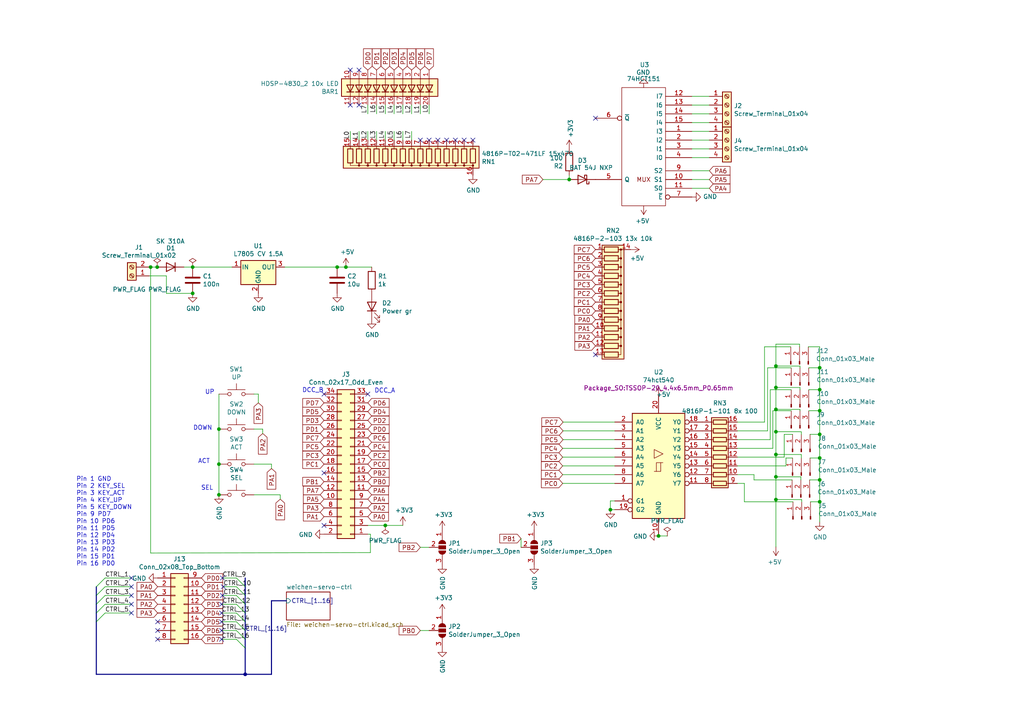
<source format=kicad_sch>
(kicad_sch (version 20211123) (generator eeschema)
  (paper "A4")
  (title_block (title "sboxnet weichenservo") (date "31.08.2019") (rev "1") (company "balagi"))
  (junction (at 177.038 147.828))
  (junction (at 225.044 138.303))
  (junction (at 43.688 77.47))
  (junction (at 165.1 52.07))
  (junction (at 237.744 119.126))
  (junction (at 71.12 195.58))
  (junction (at 237.744 125.984))
  (junction (at 237.744 145.542))
  (junction (at 63.5 134.62))
  (junction (at 237.744 113.03))
  (junction (at 97.79 77.47))
  (junction (at 225.044 144.907))
  (junction (at 225.044 118.745))
  (junction (at 45.593 77.47))
  (junction (at 63.5 143.51))
  (junction (at 63.5 124.46))
  (junction (at 237.744 106.68))
  (junction (at 225.044 131.826))
  (junction (at 225.044 106.172))
  (junction (at 237.744 132.842))
  (junction (at 191.008 155.448))
  (junction (at 237.744 139.192))
  (junction (at 225.044 112.395))
  (junction (at 55.88 77.47))
  (junction (at 225.044 125.222))
  (junction (at 55.88 85.09))
  (junction (at 111.76 152.4))
  (junction (at 100.33 77.47))
  (no_connect (at 38.1 170.18))
  (no_connect (at 64.516 172.72))
  (no_connect (at 172.72 102.87))
  (no_connect (at 101.6 20.32))
  (no_connect (at 64.262 175.26))
  (no_connect (at 45.72 182.88))
  (no_connect (at 129.54 40.64))
  (no_connect (at 172.72 34.29))
  (no_connect (at 132.08 40.64))
  (no_connect (at 101.6 30.48))
  (no_connect (at 45.72 185.42))
  (no_connect (at 38.1 172.72))
  (no_connect (at 45.72 180.34))
  (no_connect (at 124.46 40.64))
  (no_connect (at 121.92 40.64))
  (no_connect (at 127 40.64))
  (no_connect (at 93.98 152.4))
  (no_connect (at 64.262 182.88))
  (no_connect (at 64.262 185.42))
  (no_connect (at 64.77 170.18))
  (no_connect (at 64.516 167.64))
  (no_connect (at 104.14 30.48))
  (no_connect (at 38.1 167.64))
  (no_connect (at 64.262 177.8))
  (no_connect (at 104.14 20.32))
  (no_connect (at 137.16 40.64))
  (no_connect (at 93.98 137.16))
  (no_connect (at 38.1 177.8))
  (no_connect (at 64.262 180.34))
  (no_connect (at 106.68 114.3))
  (no_connect (at 93.98 114.3))
  (no_connect (at 38.1 175.26))
  (no_connect (at 134.62 40.64))
  (bus_entry (at 27.94 170.18) (size 2.54 -2.54))
  (bus_entry (at 27.94 172.72) (size 2.54 -2.54))
  (bus_entry (at 27.94 180.34) (size 2.54 -2.54))
  (bus_entry (at 27.94 175.26) (size 2.54 -2.54))
  (bus_entry (at 27.94 177.8) (size 2.54 -2.54))
  (bus_entry (at 68.58 172.72) (size 2.54 2.54))
  (bus_entry (at 68.58 175.26) (size 2.54 2.54))
  (bus_entry (at 68.58 177.8) (size 2.54 2.54))
  (bus_entry (at 68.58 180.34) (size 2.54 2.54))
  (bus_entry (at 68.58 185.42) (size 2.54 2.54))
  (bus_entry (at 68.58 167.64) (size 2.54 2.54))
  (bus_entry (at 68.58 182.88) (size 2.54 2.54))
  (bus_entry (at 68.58 170.18) (size 2.54 2.54))
  (wire (pts (xy 227.965 135.128) (xy 213.868 135.128)))
  (wire (pts (xy 200.66 43.18) (xy 205.74 43.18)))
  (wire (pts (xy 200.66 54.61) (xy 205.74 54.61)))
  (wire (pts (xy 232.029 112.395) (xy 232.029 113.03)))
  (bus (pts (xy 71.12 177.8) (xy 71.12 180.34)))
  (wire (pts (xy 227.965 132.842) (xy 227.965 135.128)))
  (bus (pts (xy 71.12 182.88) (xy 71.12 185.42)))
  (wire (pts (xy 30.48 172.72) (xy 38.1 172.72)))
  (wire (pts (xy 119.38 30.48) (xy 119.38 33.02)))
  (bus (pts (xy 71.12 167.64) (xy 71.12 170.18)))
  (wire (pts (xy 237.744 119.126) (xy 234.569 119.126)))
  (wire (pts (xy 81.28 144.78) (xy 81.28 143.51)))
  (wire (pts (xy 237.744 139.192) (xy 234.823 139.192)))
  (wire (pts (xy 48.26 80.01) (xy 43.307 80.01)))
  (wire (pts (xy 223.393 113.03) (xy 223.393 127.508)))
  (wire (pts (xy 225.044 118.745) (xy 225.044 112.395)))
  (wire (pts (xy 221.742 122.428) (xy 213.868 122.428)))
  (bus (pts (xy 71.12 175.26) (xy 71.12 177.8)))
  (wire (pts (xy 163.322 124.968) (xy 178.308 124.968)))
  (bus (pts (xy 27.94 175.26) (xy 27.94 177.8)))
  (bus (pts (xy 27.94 172.72) (xy 27.94 175.26)))
  (wire (pts (xy 157.48 52.07) (xy 165.1 52.07)))
  (wire (pts (xy 82.55 77.47) (xy 97.79 77.47)))
  (wire (pts (xy 200.66 45.72) (xy 205.74 45.72)))
  (wire (pts (xy 200.66 38.1) (xy 205.74 38.1)))
  (wire (pts (xy 224.155 130.048) (xy 213.868 130.048)))
  (bus (pts (xy 27.94 177.8) (xy 27.94 180.34)))
  (wire (pts (xy 177.038 145.288) (xy 177.038 147.828)))
  (wire (pts (xy 64.77 170.18) (xy 68.58 170.18)))
  (wire (pts (xy 237.744 139.192) (xy 237.744 132.842)))
  (wire (pts (xy 232.41 125.222) (xy 225.044 125.222)))
  (wire (pts (xy 107.442 154.94) (xy 106.68 154.94)))
  (bus (pts (xy 71.12 172.72) (xy 71.12 175.26)))
  (wire (pts (xy 232.283 138.303) (xy 225.044 138.303)))
  (wire (pts (xy 43.688 77.47) (xy 43.307 77.47)))
  (wire (pts (xy 107.442 160.274) (xy 107.442 154.94)))
  (wire (pts (xy 237.744 132.842) (xy 237.744 125.984)))
  (wire (pts (xy 225.044 125.222) (xy 225.044 131.826)))
  (wire (pts (xy 215.9 145.542) (xy 215.9 140.208)))
  (wire (pts (xy 78.74 135.89) (xy 78.74 134.62)))
  (bus (pts (xy 27.94 170.18) (xy 27.94 172.72)))
  (wire (pts (xy 232.537 144.907) (xy 225.044 144.907)))
  (wire (pts (xy 163.322 122.428) (xy 178.308 122.428)))
  (wire (pts (xy 177.038 147.828) (xy 178.308 147.828)))
  (wire (pts (xy 163.195 140.208) (xy 178.308 140.208)))
  (wire (pts (xy 232.283 139.192) (xy 232.283 138.303)))
  (wire (pts (xy 178.308 145.288) (xy 177.038 145.288)))
  (wire (pts (xy 43.688 160.401) (xy 43.688 77.47)))
  (wire (pts (xy 227.457 132.588) (xy 227.457 125.984)))
  (wire (pts (xy 215.9 140.208) (xy 213.868 140.208)))
  (wire (pts (xy 111.76 40.64) (xy 111.76 38.1)))
  (wire (pts (xy 200.66 33.02) (xy 205.74 33.02)))
  (wire (pts (xy 200.66 52.07) (xy 205.74 52.07)))
  (wire (pts (xy 116.84 30.48) (xy 116.84 33.02)))
  (wire (pts (xy 163.195 130.048) (xy 178.308 130.048)))
  (wire (pts (xy 200.66 27.94) (xy 205.74 27.94)))
  (wire (pts (xy 229.87 132.842) (xy 227.965 132.842)))
  (wire (pts (xy 163.322 127.508) (xy 178.308 127.508)))
  (bus (pts (xy 71.12 195.58) (xy 78.74 195.58)))
  (wire (pts (xy 53.34 77.47) (xy 55.88 77.47)))
  (wire (pts (xy 30.48 170.18) (xy 38.1 170.18)))
  (wire (pts (xy 45.593 77.47) (xy 45.72 77.47)))
  (wire (pts (xy 218.694 139.192) (xy 218.694 137.668)))
  (wire (pts (xy 237.744 145.542) (xy 235.077 145.542)))
  (wire (pts (xy 64.262 177.8) (xy 68.58 177.8)))
  (wire (pts (xy 109.22 40.64) (xy 109.22 38.1)))
  (wire (pts (xy 104.14 38.1) (xy 104.14 40.64)))
  (bus (pts (xy 71.12 187.96) (xy 71.12 195.58)))
  (wire (pts (xy 229.489 119.126) (xy 224.155 119.126)))
  (bus (pts (xy 27.94 195.58) (xy 71.12 195.58)))
  (wire (pts (xy 229.489 113.03) (xy 223.393 113.03)))
  (wire (pts (xy 200.66 30.48) (xy 205.74 30.48)))
  (bus (pts (xy 27.94 180.34) (xy 27.94 195.58)))
  (wire (pts (xy 109.22 30.48) (xy 109.22 33.02)))
  (wire (pts (xy 114.3 30.48) (xy 114.3 33.02)))
  (wire (pts (xy 73.66 124.46) (xy 76.2 124.46)))
  (wire (pts (xy 30.48 175.26) (xy 38.1 175.26)))
  (bus (pts (xy 78.74 195.58) (xy 78.74 174.244)))
  (wire (pts (xy 200.66 35.56) (xy 205.74 35.56)))
  (wire (pts (xy 114.3 40.64) (xy 114.3 38.1)))
  (wire (pts (xy 222.631 124.968) (xy 213.868 124.968)))
  (wire (pts (xy 229.489 106.68) (xy 222.631 106.68)))
  (wire (pts (xy 63.5 114.3) (xy 63.5 124.46)))
  (wire (pts (xy 73.66 114.3) (xy 74.93 114.3)))
  (wire (pts (xy 163.195 135.128) (xy 178.308 135.128)))
  (wire (pts (xy 30.48 167.64) (xy 38.1 167.64)))
  (wire (pts (xy 225.044 125.222) (xy 225.044 118.745)))
  (wire (pts (xy 232.537 145.542) (xy 232.537 144.907)))
  (wire (pts (xy 229.743 139.192) (xy 218.694 139.192)))
  (wire (pts (xy 116.84 40.64) (xy 116.84 38.1)))
  (bus (pts (xy 78.74 174.244) (xy 83.058 174.244)))
  (wire (pts (xy 225.044 118.745) (xy 232.029 118.745)))
  (wire (pts (xy 64.262 185.42) (xy 68.58 185.42)))
  (wire (pts (xy 64.516 167.64) (xy 68.58 167.64)))
  (wire (pts (xy 121.92 158.75) (xy 124.46 158.75)))
  (wire (pts (xy 81.28 143.51) (xy 73.66 143.51)))
  (wire (pts (xy 232.41 132.842) (xy 232.41 131.826)))
  (wire (pts (xy 119.38 40.64) (xy 119.38 38.1)))
  (bus (pts (xy 71.12 180.34) (xy 71.12 182.88)))
  (wire (pts (xy 163.195 137.668) (xy 178.308 137.668)))
  (wire (pts (xy 222.631 106.68) (xy 222.631 124.968)))
  (wire (pts (xy 225.044 131.826) (xy 225.044 138.303)))
  (wire (pts (xy 74.93 116.84) (xy 74.93 114.3)))
  (wire (pts (xy 225.044 106.172) (xy 232.029 106.172)))
  (wire (pts (xy 64.262 182.88) (xy 68.58 182.88)))
  (wire (pts (xy 106.68 30.48) (xy 106.68 33.02)))
  (wire (pts (xy 200.66 40.64) (xy 205.74 40.64)))
  (wire (pts (xy 225.044 112.395) (xy 225.044 106.172)))
  (bus (pts (xy 71.12 170.18) (xy 71.12 172.72)))
  (wire (pts (xy 225.044 112.395) (xy 232.029 112.395)))
  (wire (pts (xy 237.744 125.984) (xy 237.744 119.126)))
  (wire (pts (xy 55.88 77.47) (xy 67.31 77.47)))
  (wire (pts (xy 237.744 125.984) (xy 234.95 125.984)))
  (wire (pts (xy 223.393 127.508) (xy 213.868 127.508)))
  (wire (pts (xy 165.1 50.8) (xy 165.1 52.07)))
  (wire (pts (xy 106.68 40.64) (xy 106.68 38.1)))
  (wire (pts (xy 229.362 100.584) (xy 221.742 100.584)))
  (wire (pts (xy 121.92 30.48) (xy 121.92 33.02)))
  (wire (pts (xy 221.742 100.584) (xy 221.742 122.428)))
  (wire (pts (xy 101.6 38.1) (xy 101.6 40.64)))
  (wire (pts (xy 163.195 132.588) (xy 178.308 132.588)))
  (wire (pts (xy 107.442 160.274) (xy 43.688 160.401)))
  (wire (pts (xy 124.46 30.48) (xy 124.46 33.02)))
  (wire (pts (xy 100.33 77.47) (xy 107.823 77.47)))
  (wire (pts (xy 106.68 152.4) (xy 111.76 152.4)))
  (wire (pts (xy 48.26 85.09) (xy 55.88 85.09)))
  (wire (pts (xy 237.744 106.68) (xy 237.744 100.584)))
  (wire (pts (xy 225.044 138.303) (xy 225.044 144.907)))
  (wire (pts (xy 237.744 119.126) (xy 237.744 113.03)))
  (wire (pts (xy 213.868 132.588) (xy 227.457 132.588)))
  (wire (pts (xy 237.744 113.03) (xy 234.569 113.03)))
  (wire (pts (xy 232.029 106.172) (xy 232.029 106.68)))
  (wire (pts (xy 64.516 172.72) (xy 68.58 172.72)))
  (wire (pts (xy 64.262 175.26) (xy 68.58 175.26)))
  (wire (pts (xy 63.5 134.62) (xy 63.5 143.51)))
  (wire (pts (xy 30.48 177.8) (xy 38.1 177.8)))
  (wire (pts (xy 232.41 125.984) (xy 232.41 125.222)))
  (wire (pts (xy 232.029 118.745) (xy 232.029 119.126)))
  (wire (pts (xy 237.744 145.542) (xy 237.744 139.192)))
  (wire (pts (xy 64.262 180.34) (xy 68.58 180.34)))
  (wire (pts (xy 225.044 106.172) (xy 225.044 99.822)))
  (wire (pts (xy 237.744 132.842) (xy 234.95 132.842)))
  (wire (pts (xy 231.902 99.822) (xy 231.902 100.584)))
  (wire (pts (xy 76.2 125.73) (xy 76.2 124.46)))
  (wire (pts (xy 237.744 113.03) (xy 237.744 106.68)))
  (wire (pts (xy 48.26 80.01) (xy 48.26 85.09)))
  (wire (pts (xy 218.694 137.668) (xy 213.868 137.668)))
  (wire (pts (xy 237.744 106.68) (xy 234.569 106.68)))
  (wire (pts (xy 73.66 134.62) (xy 78.74 134.62)))
  (wire (pts (xy 191.008 155.448) (xy 193.548 155.448)))
  (wire (pts (xy 237.744 151.384) (xy 237.744 145.542)))
  (wire (pts (xy 43.688 77.47) (xy 45.593 77.47)))
  (wire (pts (xy 232.41 131.826) (xy 225.044 131.826)))
  (wire (pts (xy 151.13 156.21) (xy 151.13 158.75)))
  (wire (pts (xy 227.457 125.984) (xy 229.87 125.984)))
  (wire (pts (xy 225.044 144.907) (xy 225.044 158.623)))
  (wire (pts (xy 229.997 145.542) (xy 215.9 145.542)))
  (wire (pts (xy 225.044 99.822) (xy 231.902 99.822)))
  (wire (pts (xy 97.79 77.47) (xy 100.33 77.47)))
  (wire (pts (xy 111.76 152.4) (xy 116.84 152.4)))
  (wire (pts (xy 237.744 100.584) (xy 234.442 100.584)))
  (wire (pts (xy 224.155 119.126) (xy 224.155 130.048)))
  (bus (pts (xy 71.12 185.42) (xy 71.12 187.96)))
  (wire (pts (xy 63.5 124.46) (xy 63.5 134.62)))
  (wire (pts (xy 121.92 182.88) (xy 124.46 182.88)))
  (wire (pts (xy 111.76 30.48) (xy 111.76 33.02)))
  (wire (pts (xy 200.66 49.53) (xy 205.74 49.53)))
  (text "DOWN" (at 56.007 124.968 0) (effects (font (size 1.27 1.27)) (justify left bottom)))
  (text "Pin 1 GND\nPin 2 KEY_SEL\nPin 3 KEY_ACT\nPin 4 KEY_UP\nPin 5 KEY_DOWN\nPin 9 PD7\nPin 10 PD6\nPin 11 PD5\nPin 12 PD4\nPin 13 PD3\nPin 14 PD2\nPin 15 PD1\nPin 16 PD0" (at 22.098 164.338 0) (effects (font (size 1.27 1.27)) (justify left bottom)))
  (text "DCC_B" (at 87.63 114.046 0) (effects (font (size 1.27 1.27)) (justify left bottom)))
  (text "UP" (at 59.436 114.554 0) (effects (font (size 1.27 1.27)) (justify left bottom)))
  (text "DCC_A" (at 108.585 114.173 0) (effects (font (size 1.27 1.27)) (justify left bottom)))
  (text "SEL" (at 58.293 142.367 0) (effects (font (size 1.27 1.27)) (justify left bottom)))
  (text "ACT" (at 57.404 134.62 0) (effects (font (size 1.27 1.27)) (justify left bottom)))
  (label "L0" (at 124.46 32.766 90))
  (label "L3" (at 116.84 32.893 90))
  (label "CTRL_14" (at 64.262 180.34 0))
  (label "CTRL_1" (at 30.48 167.64 0))
  (label "CTRL_13" (at 64.262 177.8 0))
  (label "CTRL_2" (at 30.48 170.18 0))
  (label "CTRL_12" (at 64.516 175.26 0))
  (label "CTRL_4" (at 30.48 175.26 0))
  (label "L0" (at 101.6 40.386 90))
  (label "L6" (at 116.84 40.259 90))
  (label "CTRL_3" (at 30.48 172.72 0))
  (label "L1" (at 104.14 40.513 90))
  (label "L2" (at 106.68 40.259 90))
  (label "L7" (at 106.68 32.893 90))
  (label "CTRL_9" (at 64.516 167.64 0))
  (label "CTRL_15" (at 64.262 182.88 0))
  (label "CTRL_16" (at 64.262 185.42 0))
  (label "CTRL_10" (at 64.77 170.18 0))
  (label "L4" (at 114.3 32.893 90))
  (label "CTRL_5" (at 30.48 177.8 0))
  (label "CTRL_11" (at 64.77 172.72 0))
  (label "L7" (at 119.38 40.259 90))
  (label "L2" (at 119.38 32.893 90))
  (label "L4" (at 111.76 40.259 90))
  (label "L5" (at 114.3 40.259 90))
  (label "L6" (at 109.22 32.766 90))
  (label "L1" (at 121.92 32.893 90))
  (label "L5" (at 111.76 32.893 90))
  (label "L3" (at 109.22 40.259 90))
  (label "CTRL_[1..16]" (at 71.12 183.388 0))
  (global_label "PD3" (shape input) (at 93.98 121.92 180) (property "Referenzen zwischen Schaltplänen" "${INTERSHEET_REFS}" (effects hide)))
  (global_label "PB0" (shape input) (at 121.92 182.88 180) (property "Referenzen zwischen Schaltplänen" "${INTERSHEET_REFS}" (effects hide)))
  (global_label "PA4" (shape input) (at 106.68 144.78 0) (property "Referenzen zwischen Schaltplänen" "${INTERSHEET_REFS}" (effects hide)))
  (global_label "PC5" (shape input) (at 93.98 129.54 180) (property "Referenzen zwischen Schaltplänen" "${INTERSHEET_REFS}" (effects hide)))
  (global_label "PB1" (shape input) (at 93.98 139.7 180) (property "Referenzen zwischen Schaltplänen" "${INTERSHEET_REFS}" (effects hide)))
  (global_label "PA0" (shape input) (at 172.72 92.71 180) (property "Referenzen zwischen Schaltplänen" "${INTERSHEET_REFS}" (effects hide)))
  (global_label "PC4" (shape input) (at 106.68 129.54 0) (property "Referenzen zwischen Schaltplänen" "${INTERSHEET_REFS}" (effects hide)))
  (global_label "PA0" (shape input) (at 81.28 144.78 270) (property "Referenzen zwischen Schaltplänen" "${INTERSHEET_REFS}" (effects hide)))
  (global_label "PA1" (shape input) (at 93.98 149.86 180) (property "Referenzen zwischen Schaltplänen" "${INTERSHEET_REFS}" (effects hide)))
  (global_label "PC5" (shape input) (at 163.322 127.508 180) (property "Referenzen zwischen Schaltplänen" "${INTERSHEET_REFS}" (effects hide)))
  (global_label "PC6" (shape input) (at 172.72 74.93 180) (property "Referenzen zwischen Schaltplänen" "${INTERSHEET_REFS}" (effects hide)))
  (global_label "PD1" (shape input) (at 109.22 20.32 90) (property "Referenzen zwischen Schaltplänen" "${INTERSHEET_REFS}" (effects hide)))
  (global_label "PC3" (shape input) (at 172.72 82.55 180) (property "Referenzen zwischen Schaltplänen" "${INTERSHEET_REFS}" (effects hide)))
  (global_label "PC1" (shape input) (at 172.72 87.63 180) (property "Referenzen zwischen Schaltplänen" "${INTERSHEET_REFS}" (effects hide)))
  (global_label "PD7" (shape input) (at 93.98 116.84 180) (property "Referenzen zwischen Schaltplänen" "${INTERSHEET_REFS}" (effects hide)))
  (global_label "PC0" (shape input) (at 163.195 140.208 180) (property "Referenzen zwischen Schaltplänen" "${INTERSHEET_REFS}" (effects hide)))
  (global_label "PA2" (shape input) (at 76.2 125.73 270) (property "Referenzen zwischen Schaltplänen" "${INTERSHEET_REFS}" (effects hide)))
  (global_label "PC3" (shape input) (at 93.98 132.08 180) (property "Referenzen zwischen Schaltplänen" "${INTERSHEET_REFS}" (effects hide)))
  (global_label "PB0" (shape input) (at 106.68 139.7 0) (property "Referenzen zwischen Schaltplänen" "${INTERSHEET_REFS}" (effects hide)))
  (global_label "PD6" (shape input) (at 58.42 182.88 0) (property "Referenzen zwischen Schaltplänen" "${INTERSHEET_REFS}" (effects hide)))
  (global_label "PC6" (shape input) (at 163.322 124.968 180) (property "Referenzen zwischen Schaltplänen" "${INTERSHEET_REFS}" (effects hide)))
  (global_label "PA1" (shape input) (at 45.72 172.72 180) (property "Referenzen zwischen Schaltplänen" "${INTERSHEET_REFS}" (effects hide)))
  (global_label "PD2" (shape input) (at 58.42 172.72 0) (property "Referenzen zwischen Schaltplänen" "${INTERSHEET_REFS}" (effects hide)))
  (global_label "PD6" (shape input) (at 106.68 116.84 0) (property "Referenzen zwischen Schaltplänen" "${INTERSHEET_REFS}" (effects hide)))
  (global_label "PC1" (shape input) (at 93.98 134.62 180) (property "Referenzen zwischen Schaltplänen" "${INTERSHEET_REFS}" (effects hide)))
  (global_label "PD5" (shape input) (at 93.98 119.38 180) (property "Referenzen zwischen Schaltplänen" "${INTERSHEET_REFS}" (effects hide)))
  (global_label "PC5" (shape input) (at 172.72 77.47 180) (property "Referenzen zwischen Schaltplänen" "${INTERSHEET_REFS}" (effects hide)))
  (global_label "PA7" (shape input) (at 157.48 52.07 180) (property "Referenzen zwischen Schaltplänen" "${INTERSHEET_REFS}" (effects hide)))
  (global_label "PC7" (shape input) (at 163.322 122.428 180) (property "Referenzen zwischen Schaltplänen" "${INTERSHEET_REFS}" (effects hide)))
  (global_label "PD1" (shape input) (at 93.98 124.46 180) (property "Referenzen zwischen Schaltplänen" "${INTERSHEET_REFS}" (effects hide)))
  (global_label "PD0" (shape input) (at 58.42 167.64 0) (property "Referenzen zwischen Schaltplänen" "${INTERSHEET_REFS}" (effects hide)))
  (global_label "PA3" (shape input) (at 93.98 147.32 180) (property "Referenzen zwischen Schaltplänen" "${INTERSHEET_REFS}" (effects hide)))
  (global_label "PC6" (shape input) (at 106.68 127 0) (property "Referenzen zwischen Schaltplänen" "${INTERSHEET_REFS}" (effects hide)))
  (global_label "PA5" (shape input) (at 93.98 144.78 180) (property "Referenzen zwischen Schaltplänen" "${INTERSHEET_REFS}" (effects hide)))
  (global_label "PD5" (shape input) (at 58.42 180.34 0) (property "Referenzen zwischen Schaltplänen" "${INTERSHEET_REFS}" (effects hide)))
  (global_label "PC4" (shape input) (at 172.72 80.01 180) (property "Referenzen zwischen Schaltplänen" "${INTERSHEET_REFS}" (effects hide)))
  (global_label "PA1" (shape input) (at 172.72 95.25 180) (property "Referenzen zwischen Schaltplänen" "${INTERSHEET_REFS}" (effects hide)))
  (global_label "PA2" (shape input) (at 106.68 147.32 0) (property "Referenzen zwischen Schaltplänen" "${INTERSHEET_REFS}" (effects hide)))
  (global_label "PC7" (shape input) (at 172.72 72.39 180) (property "Referenzen zwischen Schaltplänen" "${INTERSHEET_REFS}" (effects hide)))
  (global_label "PD4" (shape input) (at 106.68 119.38 0) (property "Referenzen zwischen Schaltplänen" "${INTERSHEET_REFS}" (effects hide)))
  (global_label "PD5" (shape input) (at 119.38 20.32 90) (property "Referenzen zwischen Schaltplänen" "${INTERSHEET_REFS}" (effects hide)))
  (global_label "PB2" (shape input) (at 106.68 137.16 0) (property "Referenzen zwischen Schaltplänen" "${INTERSHEET_REFS}" (effects hide)))
  (global_label "PC0" (shape input) (at 172.72 90.17 180) (property "Referenzen zwischen Schaltplänen" "${INTERSHEET_REFS}" (effects hide)))
  (global_label "PD7" (shape input) (at 124.46 20.32 90) (property "Referenzen zwischen Schaltplänen" "${INTERSHEET_REFS}" (effects hide)))
  (global_label "PD3" (shape input) (at 114.3 20.32 90) (property "Referenzen zwischen Schaltplänen" "${INTERSHEET_REFS}" (effects hide)))
  (global_label "PA6" (shape input) (at 106.68 142.24 0) (property "Referenzen zwischen Schaltplänen" "${INTERSHEET_REFS}" (effects hide)))
  (global_label "PC0" (shape input) (at 106.68 134.62 0) (property "Referenzen zwischen Schaltplänen" "${INTERSHEET_REFS}" (effects hide)))
  (global_label "PA2" (shape input) (at 172.72 97.79 180) (property "Referenzen zwischen Schaltplänen" "${INTERSHEET_REFS}" (effects hide)))
  (global_label "PA6" (shape input) (at 205.74 49.53 0) (property "Referenzen zwischen Schaltplänen" "${INTERSHEET_REFS}" (effects hide)))
  (global_label "PA2" (shape input) (at 45.72 175.26 180) (property "Referenzen zwischen Schaltplänen" "${INTERSHEET_REFS}" (effects hide)))
  (global_label "PC2" (shape input) (at 106.68 132.08 0) (property "Referenzen zwischen Schaltplänen" "${INTERSHEET_REFS}" (effects hide)))
  (global_label "PD2" (shape input) (at 106.68 121.92 0) (property "Referenzen zwischen Schaltplänen" "${INTERSHEET_REFS}" (effects hide)))
  (global_label "PD7" (shape input) (at 58.42 185.42 0) (property "Referenzen zwischen Schaltplänen" "${INTERSHEET_REFS}" (effects hide)))
  (global_label "PA3" (shape input) (at 74.93 116.84 270) (property "Referenzen zwischen Schaltplänen" "${INTERSHEET_REFS}" (effects hide)))
  (global_label "PC3" (shape input) (at 163.195 132.588 180) (property "Referenzen zwischen Schaltplänen" "${INTERSHEET_REFS}" (effects hide)))
  (global_label "PD2" (shape input) (at 111.76 20.32 90) (property "Referenzen zwischen Schaltplänen" "${INTERSHEET_REFS}" (effects hide)))
  (global_label "PD1" (shape input) (at 58.42 170.18 0) (property "Referenzen zwischen Schaltplänen" "${INTERSHEET_REFS}" (effects hide)))
  (global_label "PA3" (shape input) (at 172.72 100.33 180) (property "Referenzen zwischen Schaltplänen" "${INTERSHEET_REFS}" (effects hide)))
  (global_label "PD0" (shape input) (at 106.68 124.46 0) (property "Referenzen zwischen Schaltplänen" "${INTERSHEET_REFS}" (effects hide)))
  (global_label "PD4" (shape input) (at 116.84 20.32 90) (property "Referenzen zwischen Schaltplänen" "${INTERSHEET_REFS}" (effects hide)))
  (global_label "PD6" (shape input) (at 121.92 20.32 90) (property "Referenzen zwischen Schaltplänen" "${INTERSHEET_REFS}" (effects hide)))
  (global_label "PA7" (shape input) (at 93.98 142.24 180) (property "Referenzen zwischen Schaltplänen" "${INTERSHEET_REFS}" (effects hide)))
  (global_label "PA5" (shape input) (at 205.74 52.07 0) (property "Referenzen zwischen Schaltplänen" "${INTERSHEET_REFS}" (effects hide)))
  (global_label "PD4" (shape input) (at 58.42 177.8 0) (property "Referenzen zwischen Schaltplänen" "${INTERSHEET_REFS}" (effects hide)))
  (global_label "PA1" (shape input) (at 78.74 135.89 270) (property "Referenzen zwischen Schaltplänen" "${INTERSHEET_REFS}" (effects hide)))
  (global_label "PC7" (shape input) (at 93.98 127 180) (property "Referenzen zwischen Schaltplänen" "${INTERSHEET_REFS}" (effects hide)))
  (global_label "PC2" (shape input) (at 172.72 85.09 180) (property "Referenzen zwischen Schaltplänen" "${INTERSHEET_REFS}" (effects hide)))
  (global_label "PA0" (shape input) (at 106.68 149.86 0) (property "Referenzen zwischen Schaltplänen" "${INTERSHEET_REFS}" (effects hide)))
  (global_label "PC2" (shape input) (at 163.195 135.128 180) (property "Referenzen zwischen Schaltplänen" "${INTERSHEET_REFS}" (effects hide)))
  (global_label "PB1" (shape input) (at 151.13 156.21 180) (property "Referenzen zwischen Schaltplänen" "${INTERSHEET_REFS}" (effects hide)))
  (global_label "PC4" (shape input) (at 163.195 130.048 180) (property "Referenzen zwischen Schaltplänen" "${INTERSHEET_REFS}" (effects hide)))
  (global_label "PC1" (shape input) (at 163.195 137.668 180) (property "Referenzen zwischen Schaltplänen" "${INTERSHEET_REFS}" (effects hide)))
  (global_label "PA3" (shape input) (at 45.72 177.8 180) (property "Referenzen zwischen Schaltplänen" "${INTERSHEET_REFS}" (effects hide)))
  (global_label "PD0" (shape input) (at 106.68 20.32 90) (property "Referenzen zwischen Schaltplänen" "${INTERSHEET_REFS}" (effects hide)))
  (global_label "PB2" (shape input) (at 121.92 158.75 180) (property "Referenzen zwischen Schaltplänen" "${INTERSHEET_REFS}" (effects hide)))
  (global_label "PA0" (shape input) (at 45.72 170.18 180) (property "Referenzen zwischen Schaltplänen" "${INTERSHEET_REFS}" (effects hide)))
  (global_label "PA4" (shape input) (at 205.74 54.61 0) (property "Referenzen zwischen Schaltplänen" "${INTERSHEET_REFS}" (effects hide)))
  (global_label "PD3" (shape input) (at 58.42 175.26 0) (property "Referenzen zwischen Schaltplänen" "${INTERSHEET_REFS}" (effects hide)))
  (symbol (lib_id "Device:C") (at 55.88 81.28 0) (unit 1)
    (property "Reference" "C1" (at 58.801 80.1116 0) (effects (justify left)))
    (property "Value" "100n" (at 58.801 82.423 0) (effects (justify left)))
    (property "Footprint" "Capacitor_SMD:C_1206_3216Metric" (effects hide))
  )
  (symbol (lib_id "Connector:Screw_Terminal_01x02") (at 38.227 80.01 180) (unit 1)
    (property "Reference" "J1" (at 40.3098 71.755 0))
    (property "Value" "Screw_Terminal_01x02" (at 40.3098 74.0664 0))
    (property "Footprint" "TerminalBlock:TerminalBlock_Altech_AK300-2_P5.00mm" (effects hide))
  )
  (symbol (lib_id "Device:R") (at 107.823 81.28 0) (unit 1)
    (property "Reference" "R1" (at 109.601 80.1116 0) (effects (justify left)))
    (property "Value" "1k" (at 109.601 82.423 0) (effects (justify left)))
    (property "Footprint" "Resistor_SMD:R_1206_3216Metric_Pad1.42x1.75mm_HandSolder" (effects hide))
  )
  (symbol (lib_id "Device:LED") (at 107.823 88.9 90) (unit 1)
    (property "Reference" "D2" (at 110.7948 87.9094 90) (effects (justify right)))
    (property "Value" "Power gr" (at 110.7948 90.2208 90) (effects (justify right)))
    (property "Footprint" "Resistor_SMD:R_1206_3216Metric_Pad1.42x1.75mm_HandSolder" (effects hide))
  )
  (symbol (lib_id "Connector_Generic:Conn_02x17_Odd_Even") (at 101.6 134.62 180) (unit 1)
    (property "Reference" "J3" (at 100.33 108.585 0))
    (property "Value" "Conn_02x17_Odd_Even" (at 100.33 110.8964 0))
    (property "Footprint" "sboxnet:sboxnet-stecker-2x17" (effects hide))
  )
  (symbol (lib_id "74xx_IEEE:74151") (at 186.69 43.18 180) (unit 1)
    (property "Reference" "U3" (at 186.944 18.796 0))
    (property "Value" "74HCT151" (at 186.69 22.86 0))
    (property "Footprint" "Package_SO:SOIC-16_4.55x10.3mm_P1.27mm" (effects hide))
  )
  (symbol (lib_id "power:+5V") (at 191.008 114.808 0) (unit 1)
    (property "Reference" "#PWR015" (effects hide))
    (property "Value" "+5V" (at 192.405 114.427 0))
  )
  (symbol (lib_id "LED:HDSP-4830_2") (at 114.3 25.4 270) (unit 1)
    (property "Reference" "BAR1" (at 98.298 26.5684 90) (effects (justify right)))
    (property "Value" "HDSP-4830_2 10x LED" (at 98.298 24.257 90) (effects (justify right)))
    (property "Footprint" "Display:HDSP-4830" (effects hide))
    (property "Datasheet" "https://docs.broadcom.com/docs/AV02-1798EN" (effects hide))
  )
  (symbol (lib_id "Device:R_Pack08") (at 208.788 132.588 270) (unit 1)
    (property "Reference" "RN3" (at 208.788 116.9162 90))
    (property "Value" "4816P-1-101 8x 100" (at 208.788 119.2276 90))
    (property "Footprint" "Package_SO:SOIC-16W_5.3x10.2mm_P1.27mm" (effects hide))
  )
  (symbol (lib_id "Connector:Conn_01x03_Male") (at 232.029 124.206 90) (unit 1)
    (property "Reference" "J9" (at 236.8042 120.2944 90) (effects (justify right)))
    (property "Value" "Conn_01x03_Male" (at 236.8042 122.6058 90) (effects (justify right)))
    (property "Footprint" "Connector_PinHeader_2.54mm:PinHeader_1x03_P2.54mm_Vertical" (effects hide))
  )
  (symbol (lib_id "power:GND") (at 107.823 92.71 0) (unit 1)
    (property "Reference" "#PWR0103" (effects hide))
    (property "Value" "GND" (at 107.95 97.1042 0))
  )
  (symbol (lib_id "power:GND") (at 200.66 57.15 90) (unit 1)
    (property "Reference" "#PWR0106" (effects hide))
    (property "Value" "GND" (at 203.9112 57.023 90) (effects (justify right)))
  )
  (symbol (lib_id "power:+5V") (at 225.044 158.623 180) (unit 1)
    (property "Reference" "#PWR017" (effects hide))
    (property "Value" "+5V" (at 224.663 163.0172 0))
  )
  (symbol (lib_id "power:GND") (at 186.69 25.4 180) (unit 1)
    (property "Reference" "#PWR0107" (effects hide))
    (property "Value" "GND" (at 186.563 21.0058 0))
  )
  (symbol (lib_id "power:GND") (at 93.98 154.94 270) (unit 1)
    (property "Reference" "#PWR0108" (effects hide))
    (property "Value" "GND" (at 90.7288 155.067 90) (effects (justify right)))
  )
  (symbol (lib_id "power:GND") (at 177.038 147.828 0) (unit 1)
    (property "Reference" "#PWR0109" (effects hide))
    (property "Value" "GND" (at 177.165 152.2222 0))
  )
  (symbol (lib_id "power:GND") (at 237.744 151.384 0) (unit 1)
    (property "Reference" "#PWR0111" (effects hide))
    (property "Value" "GND" (at 237.871 155.7782 0))
  )
  (symbol (lib_id "Connector:Conn_01x03_Male") (at 232.41 131.064 90) (unit 1)
    (property "Reference" "J8" (at 237.1852 127.1524 90) (effects (justify right)))
    (property "Value" "Conn_01x03_Male" (at 237.1852 129.4638 90) (effects (justify right)))
    (property "Footprint" "Connector_PinHeader_2.54mm:PinHeader_1x03_P2.54mm_Vertical" (effects hide))
  )
  (symbol (lib_id "Connector:Conn_01x03_Male") (at 232.41 137.922 90) (unit 1)
    (property "Reference" "J7" (at 237.1852 134.0104 90) (effects (justify right)))
    (property "Value" "Conn_01x03_Male" (at 237.1852 136.3218 90) (effects (justify right)))
    (property "Footprint" "Connector_PinHeader_2.54mm:PinHeader_1x03_P2.54mm_Vertical" (effects hide))
  )
  (symbol (lib_id "Connector:Conn_01x03_Male") (at 232.283 144.272 90) (unit 1)
    (property "Reference" "J6" (at 237.0582 140.3604 90) (effects (justify right)))
    (property "Value" "Conn_01x03_Male" (at 237.0582 142.6718 90) (effects (justify right)))
    (property "Footprint" "Connector_PinHeader_2.54mm:PinHeader_1x03_P2.54mm_Vertical" (effects hide))
  )
  (symbol (lib_id "Connector:Conn_01x03_Male") (at 232.537 150.622 90) (unit 1)
    (property "Reference" "J5" (at 237.3122 146.7104 90) (effects (justify right)))
    (property "Value" "Conn_01x03_Male" (at 237.3122 149.0218 90) (effects (justify right)))
    (property "Footprint" "Connector_PinHeader_2.54mm:PinHeader_1x03_P2.54mm_Vertical" (effects hide))
  )
  (symbol (lib_id "Connector:Conn_01x03_Male") (at 232.029 118.11 90) (unit 1)
    (property "Reference" "J10" (at 236.8042 114.1984 90) (effects (justify right)))
    (property "Value" "Conn_01x03_Male" (at 236.8042 116.5098 90) (effects (justify right)))
    (property "Footprint" "Connector_PinHeader_2.54mm:PinHeader_1x03_P2.54mm_Vertical" (effects hide))
  )
  (symbol (lib_id "Connector:Conn_01x03_Male") (at 232.029 111.76 90) (unit 1)
    (property "Reference" "J11" (at 236.8042 107.8484 90) (effects (justify right)))
    (property "Value" "Conn_01x03_Male" (at 236.8042 110.1598 90) (effects (justify right)))
    (property "Footprint" "Connector_PinHeader_2.54mm:PinHeader_1x03_P2.54mm_Vertical" (effects hide))
  )
  (symbol (lib_id "Connector:Conn_01x03_Male") (at 231.902 105.664 90) (unit 1)
    (property "Reference" "J12" (at 236.6772 101.7524 90) (effects (justify right)))
    (property "Value" "Conn_01x03_Male" (at 236.6772 104.0638 90) (effects (justify right)))
    (property "Footprint" "Connector_PinHeader_2.54mm:PinHeader_1x03_P2.54mm_Vertical" (effects hide))
  )
  (symbol (lib_id "power:GND") (at 74.93 85.09 0) (unit 1)
    (property "Reference" "#PWR0102" (effects hide))
    (property "Value" "GND" (at 75.057 89.4842 0))
  )
  (symbol (lib_id "power:GND") (at 191.008 155.448 270) (unit 1)
    (property "Reference" "#PWR0110" (effects hide))
    (property "Value" "GND" (at 187.7568 155.575 90) (effects (justify right)))
  )
  (symbol (lib_id "power:+5V") (at 186.69 59.69 180) (unit 1)
    (property "Reference" "#PWR010" (effects hide))
    (property "Value" "+5V" (at 186.309 64.0842 0))
  )
  (symbol (lib_id "Connector:Screw_Terminal_01x04") (at 210.82 30.48 0) (unit 1)
    (property "Reference" "J2" (at 212.852 30.6832 0) (effects (justify left)))
    (property "Value" "Screw_Terminal_01x04" (at 212.852 32.9946 0) (effects (justify left)))
    (property "Footprint" "TerminalBlock_Altech:Altech_AK300_1x04_P5.00mm_45-Degree" (effects hide))
  )
  (symbol (lib_id "Connector:Screw_Terminal_01x04") (at 210.82 40.64 0) (unit 1)
    (property "Reference" "J4" (at 212.852 40.8432 0) (effects (justify left)))
    (property "Value" "Screw_Terminal_01x04" (at 212.852 43.1546 0) (effects (justify left)))
    (property "Footprint" "TerminalBlock_Altech:Altech_AK300_1x04_P5.00mm_45-Degree" (effects hide))
  )
  (symbol (lib_id "Device:D") (at 49.53 77.47 180) (unit 1)
    (property "Reference" "D1" (at 49.53 71.9582 0))
    (property "Value" "SK 310A" (at 49.403 69.977 0))
    (property "Footprint" "Diode_SMD:D_SMA_Handsoldering" (effects hide))
  )
  (symbol (lib_id "power:+5V") (at 182.88 72.39 270) (unit 1)
    (property "Reference" "#PWR0101" (effects hide))
    (property "Value" "+5V" (at 184.785 74.93 90))
  )
  (symbol (lib_id "Device:C") (at 97.79 81.28 0) (unit 1)
    (property "Reference" "C2" (at 100.711 80.1116 0) (effects (justify left)))
    (property "Value" "10u" (at 100.711 82.423 0) (effects (justify left)))
    (property "Footprint" "Capacitor_SMD:C_1206_3216Metric" (effects hide))
  )
  (symbol (lib_id "sboxnet:74hct540") (at 179.578 117.348 0) (unit 1)
    (property "Reference" "U2" (at 191.008 107.9246 0))
    (property "Value" "74hct540" (at 191.008 110.236 0))
    (property "Footprint" "Package_SO:TSSOP-20_4.4x6.5mm_P0.65mm" (at 191.008 112.5474 0))
  )
  (symbol (lib_id "power:GND") (at 128.27 163.83 0) (unit 1)
    (property "Reference" "#PWR0113" (effects hide))
    (property "Value" "GND" (at 128.397 167.0812 90) (effects (justify right)))
  )
  (symbol (lib_id "power:GND") (at 55.88 85.09 0) (unit 1)
    (property "Reference" "#PWR01" (effects hide))
    (property "Value" "GND" (at 56.007 89.4842 0))
  )
  (symbol (lib_id "power:GND") (at 97.79 85.09 0) (unit 1)
    (property "Reference" "#PWR03" (effects hide))
    (property "Value" "GND" (at 97.917 89.4842 0))
  )
  (symbol (lib_id "power:+5V") (at 100.33 77.47 0) (unit 1)
    (property "Reference" "#PWR04" (effects hide))
    (property "Value" "+5V" (at 100.711 73.0758 0))
  )
  (symbol (lib_id "power:PWR_FLAG") (at 45.593 77.47 0) (unit 1)
    (property "Reference" "#FLG01" (effects hide))
    (property "Value" "PWR_FLAG" (at 37.465 83.947 0))
  )
  (symbol (lib_id "Device:D_Schottky") (at 168.91 52.07 180) (unit 1)
    (property "Reference" "D3" (at 168.91 46.5582 0))
    (property "Value" "BAT 54J NXP" (at 171.45 48.641 0))
    (property "Footprint" "Diode_SMD:D_SOD-323_HandSoldering" (effects hide))
  )
  (symbol (lib_id "Device:R") (at 165.1 46.99 180) (unit 1)
    (property "Reference" "R2" (at 163.322 48.1584 0) (effects (justify left)))
    (property "Value" "100" (at 163.322 45.847 0) (effects (justify left)))
    (property "Footprint" "Resistor_SMD:R_1206_3216Metric_Pad1.42x1.75mm_HandSolder" (effects hide))
  )
  (symbol (lib_id "power:+3.3V") (at 165.1 43.18 0) (unit 1)
    (property "Reference" "#PWR0105" (effects hide))
    (property "Value" "+3.3V" (at 165.481 39.9288 90) (effects (justify left)))
  )
  (symbol (lib_id "Switch:SW_Push") (at 68.58 143.51 0) (unit 1)
    (property "Reference" "SW4" (at 68.58 136.271 0))
    (property "Value" "SEL" (at 68.58 138.5824 0))
    (property "Footprint" "sboxnet:JTP-1130" (effects hide))
  )
  (symbol (lib_id "Switch:SW_Push") (at 68.58 134.62 0) (unit 1)
    (property "Reference" "SW3" (at 68.58 127.381 0))
    (property "Value" "ACT" (at 68.58 129.6924 0))
    (property "Footprint" "sboxnet:JTP-1130" (effects hide))
  )
  (symbol (lib_id "Switch:SW_Push") (at 68.58 124.46 0) (unit 1)
    (property "Reference" "SW2" (at 68.58 117.221 0))
    (property "Value" "DOWN" (at 68.58 119.5324 0))
    (property "Footprint" "sboxnet:JTP-1130" (effects hide))
  )
  (symbol (lib_id "Switch:SW_Push") (at 68.58 114.3 0) (unit 1)
    (property "Reference" "SW1" (at 68.58 107.061 0))
    (property "Value" "UP" (at 68.58 109.3724 0))
    (property "Footprint" "sboxnet:JTP-1130" (effects hide))
  )
  (symbol (lib_id "power:GND") (at 63.5 143.51 0) (unit 1)
    (property "Reference" "#PWR0114" (effects hide))
    (property "Value" "GND" (at 63.627 146.7612 90) (effects (justify right)))
  )
  (symbol (lib_id "sboxnet:R_Network15") (at 121.92 45.72 180) (unit 1)
    (property "Reference" "RN1" (at 139.7 46.8884 0) (effects (justify right)))
    (property "Value" "4816P-T02-471LF 15x470" (at 139.7 44.577 0) (effects (justify right)))
    (property "Footprint" "Package_SO:SOIC-16W_5.3x10.2mm_P1.27mm" (effects hide))
  )
  (symbol (lib_id "sboxnet:R_Network13") (at 177.8 87.63 270) (unit 1)
    (property "Reference" "RN2" (at 177.8 66.8782 90))
    (property "Value" "4816P-2-103 13x 10k" (at 177.8 69.1896 90))
    (property "Footprint" "sboxnet:soic-14-8-6" (effects hide))
    (property "Datasheet" "http://www.vishay.com/docs/31509/csc.pdf" (effects hide))
  )
  (symbol (lib_id "sboxnet-weichenservo-rescue:SolderJumper_3_Open-Jumper") (at 128.27 158.75 270) (unit 1)
    (property "Reference" "JP1" (at 129.9972 157.5816 90) (effects (justify left)))
    (property "Value" "SolderJumper_3_Open" (at 129.9972 159.893 90) (effects (justify left)))
    (property "Footprint" "Jumper:SolderJumper-3_P1.3mm_Open_RoundedPad1.0x1.5mm" (effects hide))
  )
  (symbol (lib_id "power:+3.3V") (at 128.27 153.67 0) (unit 1)
    (property "Reference" "#PWR0117" (effects hide))
    (property "Value" "+3.3V" (at 128.651 149.2758 0))
  )
  (symbol (lib_id "sboxnet-weichenservo-rescue:SolderJumper_3_Open-Jumper") (at 154.94 158.75 270) (unit 1)
    (property "Reference" "JP3" (at 156.6672 157.5816 90) (effects (justify left)))
    (property "Value" "SolderJumper_3_Open" (at 156.6672 159.893 90) (effects (justify left)))
    (property "Footprint" "Jumper:SolderJumper-3_P1.3mm_Open_RoundedPad1.0x1.5mm" (effects hide))
  )
  (symbol (lib_id "power:+3.3V") (at 154.94 153.67 0) (unit 1)
    (property "Reference" "#PWR0118" (effects hide))
    (property "Value" "+3.3V" (at 155.321 149.2758 0))
  )
  (symbol (lib_id "power:GND") (at 154.94 163.83 0) (unit 1)
    (property "Reference" "#PWR0119" (effects hide))
    (property "Value" "GND" (at 155.067 167.0812 90) (effects (justify right)))
  )
  (symbol (lib_id "power:GND") (at 128.27 187.96 0) (unit 1)
    (property "Reference" "#PWR0120" (effects hide))
    (property "Value" "GND" (at 128.397 191.2112 90) (effects (justify right)))
  )
  (symbol (lib_id "sboxnet-weichenservo-rescue:SolderJumper_3_Open-Jumper") (at 128.27 182.88 270) (unit 1)
    (property "Reference" "JP2" (at 129.9972 181.7116 90) (effects (justify left)))
    (property "Value" "SolderJumper_3_Open" (at 129.9972 184.023 90) (effects (justify left)))
    (property "Footprint" "Jumper:SolderJumper-3_P1.3mm_Open_RoundedPad1.0x1.5mm" (effects hide))
  )
  (symbol (lib_id "power:+3.3V") (at 128.27 177.8 0) (unit 1)
    (property "Reference" "#PWR0121" (effects hide))
    (property "Value" "+3.3V" (at 128.651 173.4058 0))
  )
  (symbol (lib_id "Connector_Generic:Conn_02x08_Top_Bottom") (at 50.8 175.26 0) (unit 1)
    (property "Reference" "J13" (at 52.07 162.1282 0))
    (property "Value" "Conn_02x08_Top_Bottom" (at 52.07 164.4396 0))
    (property "Footprint" "Connector_PinSocket_2.54mm:PinSocket_2x08_P2.54mm_Vertical" (effects hide))
  )
  (symbol (lib_id "power:PWR_FLAG") (at 193.548 155.448 0) (unit 1)
    (property "Reference" "#FLG0101" (effects hide))
    (property "Value" "PWR_FLAG" (at 193.548 151.0538 0))
  )
  (symbol (lib_id "power:GND") (at 137.16 50.8 0) (unit 1)
    (property "Reference" "#PWR0104" (effects hide))
    (property "Value" "GND" (at 137.287 55.1942 0))
  )
  (symbol (lib_id "power:+3.3V") (at 116.84 152.4 0) (unit 1)
    (property "Reference" "#PWR0116" (effects hide))
    (property "Value" "+3.3V" (at 117.221 148.0058 0))
  )
  (symbol (lib_id "power:PWR_FLAG") (at 111.76 152.4 180) (unit 1)
    (property "Reference" "#FLG0102" (effects hide))
    (property "Value" "PWR_FLAG" (at 111.76 156.7942 0))
  )
  (symbol (lib_id "power:PWR_FLAG") (at 55.88 77.47 0) (unit 1)
    (property "Reference" "#FLG0103" (effects hide))
    (property "Value" "PWR_FLAG" (at 47.752 83.947 0))
  )
  (symbol (lib_id "power:GND") (at 45.72 167.64 270) (unit 1)
    (property "Reference" "#PWR0112" (effects hide))
    (property "Value" "GND" (at 42.4688 167.767 90) (effects (justify right)))
  )
  (symbol (lib_id "Regulator_Linear:L7805") (at 74.93 77.47 0) (unit 1)
    (property "Reference" "U1" (at 74.93 71.3232 0))
    (property "Value" "L7805 CV 1.5A" (at 74.93 73.6346 0))
    (property "Footprint" "Package_TO_SOT_THT:TO-220-3_Vertical" (effects hide))
    (property "Datasheet" "http://www.st.com/content/ccc/resource/technical/document/datasheet/41/4f/b3/b0/12/d4/47/88/CD00000444.pdf/files/CD00000444.pdf/jcr:content/translations/en.CD00000444.pdf" (effects hide))
  )
  (sheet (at 83.058 171.704) (size 12.7 8.128)
    (property "Sheet name" "weichen-servo-ctrl" (at 83.058 170.9924 0) (effects (justify left bottom)))
    (property "Sheet file" "weichen-servo-ctrl.kicad_sch" (at 83.058 180.4166 0) (effects (justify left top)))
    (pin "CTRL_[1..16]" input (at 83.058 174.244 180))
  )
)
</source>
